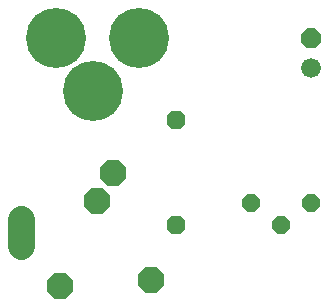
<source format=gtl>
G75*
%MOIN*%
%OFA0B0*%
%FSLAX25Y25*%
%IPPOS*%
%LPD*%
%AMOC8*
5,1,8,0,0,1.08239X$1,22.5*
%
%ADD10OC8,0.06600*%
%ADD11C,0.06600*%
%ADD12OC8,0.06200*%
%ADD13OC8,0.05906*%
%ADD14C,0.08858*%
%ADD15OC8,0.08858*%
%ADD16C,0.20000*%
D10*
X0119786Y0097200D03*
D11*
X0119786Y0087200D03*
D12*
X0074786Y0069700D03*
X0074786Y0034700D03*
D13*
X0099786Y0042200D03*
X0109786Y0034700D03*
X0119786Y0042200D03*
D14*
X0023054Y0036629D02*
X0023054Y0027771D01*
D15*
X0036046Y0014287D03*
X0066361Y0016452D03*
X0048250Y0042633D03*
X0053762Y0052082D03*
D16*
X0046991Y0079483D03*
X0034786Y0097200D03*
X0062345Y0097200D03*
M02*

</source>
